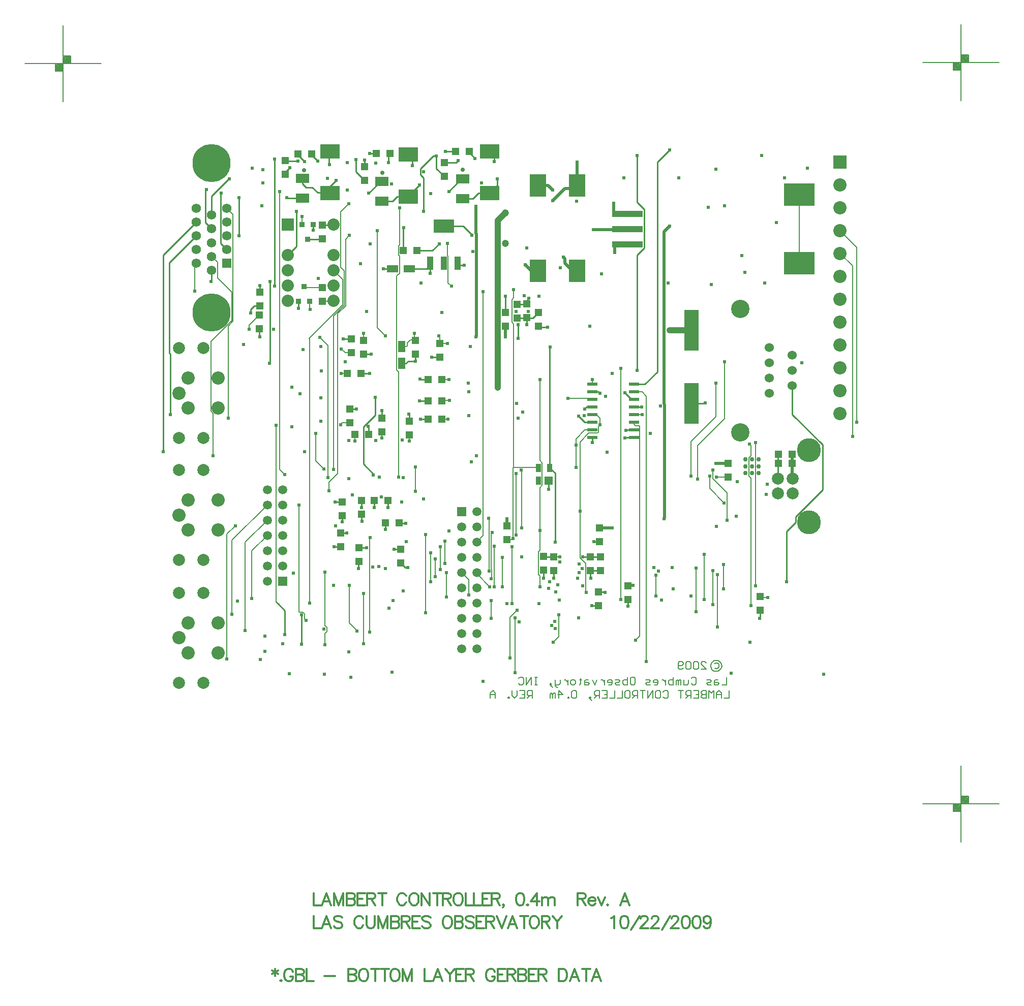
<source format=gbl>
%FSLAX23Y23*%
%MOIN*%
G70*
G01*
G75*
G04 Layer_Physical_Order=6*
G04 Layer_Color=16711680*
%ADD10R,0.050X0.050*%
%ADD11R,0.035X0.053*%
%ADD12R,0.053X0.053*%
%ADD13R,0.050X0.050*%
%ADD14R,0.070X0.135*%
%ADD15O,0.087X0.024*%
%ADD16R,0.135X0.070*%
%ADD17R,0.030X0.125*%
%ADD18R,0.078X0.048*%
%ADD19R,0.067X0.040*%
%ADD20R,0.037X0.035*%
%ADD21R,0.037X0.035*%
%ADD22R,0.065X0.012*%
%ADD23R,0.065X0.024*%
%ADD24R,0.075X0.063*%
%ADD25R,0.063X0.106*%
%ADD26R,0.150X0.110*%
%ADD27O,0.028X0.018*%
%ADD28R,0.067X0.067*%
%ADD29R,0.125X0.170*%
%ADD30R,0.110X0.030*%
%ADD31R,0.067X0.014*%
%ADD32O,0.083X0.012*%
%ADD33O,0.012X0.083*%
%ADD34R,0.138X0.085*%
%ADD35R,0.043X0.085*%
%ADD36R,0.043X0.085*%
%ADD37R,0.047X0.055*%
%ADD38O,0.012X0.071*%
%ADD39O,0.071X0.012*%
%ADD40R,0.075X0.059*%
%ADD41R,0.017X0.017*%
%ADD42R,0.134X0.134*%
%ADD43O,0.010X0.035*%
%ADD44O,0.035X0.010*%
%ADD45C,0.005*%
%ADD46C,0.010*%
%ADD47C,0.040*%
%ADD48C,0.020*%
%ADD49C,0.012*%
%ADD50C,0.008*%
%ADD51C,0.012*%
%ADD52C,0.012*%
%ADD53C,0.120*%
%ADD54C,0.060*%
%ADD55C,0.079*%
%ADD56C,0.087*%
%ADD57C,0.020*%
%ADD58C,0.059*%
%ADD59R,0.059X0.059*%
%ADD60C,0.080*%
%ADD61R,0.080X0.080*%
%ADD62C,0.157*%
%ADD63C,0.047*%
%ADD64R,0.087X0.087*%
%ADD65C,0.250*%
%ADD66R,0.062X0.062*%
%ADD67C,0.062*%
%ADD68C,0.030*%
%ADD69C,0.024*%
%ADD70C,0.028*%
%ADD71C,0.090*%
%ADD72C,0.050*%
%ADD73C,0.130*%
%ADD74C,0.103*%
%ADD75C,0.071*%
%ADD76C,0.030*%
%ADD77C,0.055*%
G04:AMPARAMS|DCode=78|XSize=100mil|YSize=100mil|CornerRadius=0mil|HoleSize=0mil|Usage=FLASHONLY|Rotation=0.000|XOffset=0mil|YOffset=0mil|HoleType=Round|Shape=Relief|Width=10mil|Gap=10mil|Entries=4|*
%AMTHD78*
7,0,0,0.100,0.080,0.010,45*
%
%ADD78THD78*%
%ADD79C,0.111*%
%ADD80C,0.056*%
%ADD81C,0.147*%
%ADD82C,0.044*%
%ADD83C,0.059*%
%ADD84C,0.048*%
%ADD85C,0.067*%
%ADD86C,0.140*%
%ADD87C,0.055*%
%ADD88C,0.036*%
G04:AMPARAMS|DCode=89|XSize=70mil|YSize=70mil|CornerRadius=0mil|HoleSize=0mil|Usage=FLASHONLY|Rotation=0.000|XOffset=0mil|YOffset=0mil|HoleType=Round|Shape=Relief|Width=10mil|Gap=10mil|Entries=4|*
%AMTHD89*
7,0,0,0.070,0.050,0.010,45*
%
%ADD89THD89*%
%ADD90C,0.033*%
G04:AMPARAMS|DCode=91|XSize=90mil|YSize=90mil|CornerRadius=0mil|HoleSize=0mil|Usage=FLASHONLY|Rotation=0.000|XOffset=0mil|YOffset=0mil|HoleType=Round|Shape=Relief|Width=10mil|Gap=10mil|Entries=4|*
%AMTHD91*
7,0,0,0.090,0.070,0.010,45*
%
%ADD91THD91*%
G04:AMPARAMS|DCode=92|XSize=111.181mil|YSize=111.181mil|CornerRadius=0mil|HoleSize=0mil|Usage=FLASHONLY|Rotation=0.000|XOffset=0mil|YOffset=0mil|HoleType=Round|Shape=Relief|Width=10mil|Gap=10mil|Entries=4|*
%AMTHD92*
7,0,0,0.111,0.091,0.010,45*
%
%ADD92THD92*%
G04:AMPARAMS|DCode=93|XSize=95.433mil|YSize=95.433mil|CornerRadius=0mil|HoleSize=0mil|Usage=FLASHONLY|Rotation=0.000|XOffset=0mil|YOffset=0mil|HoleType=Round|Shape=Relief|Width=10mil|Gap=10mil|Entries=4|*
%AMTHD93*
7,0,0,0.095,0.075,0.010,45*
%
%ADD93THD93*%
G04:AMPARAMS|DCode=94|XSize=150.551mil|YSize=150.551mil|CornerRadius=0mil|HoleSize=0mil|Usage=FLASHONLY|Rotation=0.000|XOffset=0mil|YOffset=0mil|HoleType=Round|Shape=Relief|Width=10mil|Gap=10mil|Entries=4|*
%AMTHD94*
7,0,0,0.151,0.131,0.010,45*
%
%ADD94THD94*%
G04:AMPARAMS|DCode=95|XSize=96.221mil|YSize=96.221mil|CornerRadius=0mil|HoleSize=0mil|Usage=FLASHONLY|Rotation=0.000|XOffset=0mil|YOffset=0mil|HoleType=Round|Shape=Relief|Width=10mil|Gap=10mil|Entries=4|*
%AMTHD95*
7,0,0,0.096,0.076,0.010,45*
%
%ADD95THD95*%
G04:AMPARAMS|DCode=96|XSize=107.244mil|YSize=107.244mil|CornerRadius=0mil|HoleSize=0mil|Usage=FLASHONLY|Rotation=0.000|XOffset=0mil|YOffset=0mil|HoleType=Round|Shape=Relief|Width=10mil|Gap=10mil|Entries=4|*
%AMTHD96*
7,0,0,0.107,0.087,0.010,45*
%
%ADD96THD96*%
G04:AMPARAMS|DCode=97|XSize=180mil|YSize=180mil|CornerRadius=0mil|HoleSize=0mil|Usage=FLASHONLY|Rotation=0.000|XOffset=0mil|YOffset=0mil|HoleType=Round|Shape=Relief|Width=10mil|Gap=10mil|Entries=4|*
%AMTHD97*
7,0,0,0.180,0.160,0.010,45*
%
%ADD97THD97*%
G04:AMPARAMS|DCode=98|XSize=95mil|YSize=95mil|CornerRadius=0mil|HoleSize=0mil|Usage=FLASHONLY|Rotation=0.000|XOffset=0mil|YOffset=0mil|HoleType=Round|Shape=Relief|Width=10mil|Gap=10mil|Entries=4|*
%AMTHD98*
7,0,0,0.095,0.075,0.010,45*
%
%ADD98THD98*%
G04:AMPARAMS|DCode=99|XSize=75.748mil|YSize=75.748mil|CornerRadius=0mil|HoleSize=0mil|Usage=FLASHONLY|Rotation=0.000|XOffset=0mil|YOffset=0mil|HoleType=Round|Shape=Relief|Width=10mil|Gap=10mil|Entries=4|*
%AMTHD99*
7,0,0,0.076,0.056,0.010,45*
%
%ADD99THD99*%
G04:AMPARAMS|DCode=100|XSize=73mil|YSize=73mil|CornerRadius=0mil|HoleSize=0mil|Usage=FLASHONLY|Rotation=0.000|XOffset=0mil|YOffset=0mil|HoleType=Round|Shape=Relief|Width=10mil|Gap=10mil|Entries=4|*
%AMTHD100*
7,0,0,0.073,0.053,0.010,45*
%
%ADD100THD100*%
%ADD101R,0.048X0.078*%
%ADD102R,0.200X0.040*%
%ADD103R,0.200X0.150*%
%ADD104R,0.106X0.150*%
%ADD105R,0.086X0.060*%
%ADD106R,0.130X0.094*%
%ADD107R,0.098X0.268*%
%ADD108R,0.035X0.037*%
%ADD109R,0.035X0.037*%
D10*
X19852Y10757D02*
D03*
Y10667D02*
D03*
X19739Y10968D02*
D03*
Y11058D02*
D03*
X20123Y10748D02*
D03*
Y10658D02*
D03*
X19729Y10853D02*
D03*
Y10763D02*
D03*
X19867Y10977D02*
D03*
Y11067D02*
D03*
X19368Y13205D02*
D03*
Y13295D02*
D03*
X20179Y11585D02*
D03*
Y11495D02*
D03*
X19789Y11665D02*
D03*
Y11575D02*
D03*
X19999Y11605D02*
D03*
Y11515D02*
D03*
X20379Y12005D02*
D03*
Y12095D02*
D03*
X20219Y12025D02*
D03*
Y12115D02*
D03*
X19879Y12025D02*
D03*
Y12115D02*
D03*
X19799Y12125D02*
D03*
Y12035D02*
D03*
X19888Y13257D02*
D03*
Y13167D02*
D03*
X20409Y13282D02*
D03*
Y13192D02*
D03*
X19199Y12433D02*
D03*
Y12343D02*
D03*
X19198Y12194D02*
D03*
Y12284D02*
D03*
X21028Y12300D02*
D03*
Y12210D02*
D03*
X20951Y12265D02*
D03*
Y12355D02*
D03*
X20886Y12263D02*
D03*
Y12353D02*
D03*
X19609Y12782D02*
D03*
Y12872D02*
D03*
X19611Y12464D02*
D03*
Y12374D02*
D03*
X20810Y12300D02*
D03*
Y12210D02*
D03*
X22271Y11310D02*
D03*
Y11220D02*
D03*
X21368Y10608D02*
D03*
Y10698D02*
D03*
X21433Y10608D02*
D03*
Y10698D02*
D03*
X21613Y10417D02*
D03*
Y10507D02*
D03*
X21127Y10608D02*
D03*
Y10698D02*
D03*
X21060Y10609D02*
D03*
Y10699D02*
D03*
X22479Y10436D02*
D03*
Y10346D02*
D03*
X21428Y10888D02*
D03*
Y10798D02*
D03*
X20820Y10901D02*
D03*
Y10811D02*
D03*
X21422Y10465D02*
D03*
Y10375D02*
D03*
D11*
X21028Y11195D02*
D03*
Y11281D02*
D03*
X21102D02*
D03*
D12*
X21095Y11195D02*
D03*
D13*
X20025Y10920D02*
D03*
X20115D02*
D03*
X19952Y11067D02*
D03*
X20042D02*
D03*
X20304Y11860D02*
D03*
X20394D02*
D03*
X20304Y11720D02*
D03*
X20394D02*
D03*
X20304Y11600D02*
D03*
X20394D02*
D03*
X19914Y11500D02*
D03*
X19824D02*
D03*
X19864Y11900D02*
D03*
X19774D02*
D03*
X20231Y12705D02*
D03*
X20141D02*
D03*
X20484Y13355D02*
D03*
X20574D02*
D03*
X19451Y13340D02*
D03*
X19541D02*
D03*
X19963Y13344D02*
D03*
X20053D02*
D03*
X22690Y11370D02*
D03*
X22600D02*
D03*
X22690Y11309D02*
D03*
X22600D02*
D03*
D18*
X20071Y12585D02*
D03*
X20181D02*
D03*
D23*
X21653Y11829D02*
D03*
Y11779D02*
D03*
Y11729D02*
D03*
Y11679D02*
D03*
Y11629D02*
D03*
Y11579D02*
D03*
Y11529D02*
D03*
Y11479D02*
D03*
X21380Y11829D02*
D03*
Y11779D02*
D03*
Y11729D02*
D03*
Y11679D02*
D03*
Y11629D02*
D03*
Y11579D02*
D03*
Y11529D02*
D03*
Y11479D02*
D03*
D34*
X20406Y12867D02*
D03*
D35*
X20316Y12623D02*
D03*
X20497D02*
D03*
D36*
X20406D02*
D03*
D45*
X22229Y9981D02*
X22228Y9991D01*
X22224Y10000D01*
X22218Y10007D01*
X22210Y10013D01*
X22200Y10016D01*
X22191Y10017D01*
X22181Y10015D01*
X22172Y10011D01*
X22165Y10004D01*
X22160Y9995D01*
X22157Y9986D01*
Y9976D01*
X22160Y9967D01*
X22165Y9958D01*
X22172Y9951D01*
X22181Y9947D01*
X22191Y9945D01*
X22200Y9946D01*
X22210Y9949D01*
X22218Y9955D01*
X22224Y9962D01*
X22228Y9971D01*
X22229Y9981D01*
X22183Y9965D02*
X22193Y9962D01*
X22203Y9965D01*
X22210Y9972D01*
X22212Y9982D01*
X22209Y9992D01*
X22201Y9999D01*
X22191Y10000D01*
X22181Y9996D01*
X19308Y10401D02*
Y11561D01*
X19105Y10793D02*
X19249Y10937D01*
X19105Y10212D02*
Y10793D01*
X19018Y10806D02*
X19249Y11037D01*
X19018Y10319D02*
Y10806D01*
X20287Y10329D02*
Y10842D01*
X19147Y10735D02*
X19249Y10837D01*
X19147Y10423D02*
Y10735D01*
X21124Y10136D02*
X21160Y10172D01*
Y10318D01*
X22410Y11435D02*
X22420Y11425D01*
Y11359D02*
Y11425D01*
Y10378D02*
Y11212D01*
X20718Y10293D02*
Y10409D01*
X21408Y11629D02*
X21431Y11606D01*
X21380Y11629D02*
X21408D01*
X21431Y11562D02*
Y11606D01*
X21419Y11550D02*
X21431Y11562D01*
X21358Y11511D02*
X21415D01*
X21299Y11451D02*
X21358Y11511D01*
X21419Y11514D02*
Y11550D01*
X21415Y11511D02*
X21419Y11514D01*
X21299Y10690D02*
X21337Y10652D01*
Y10467D02*
Y10652D01*
Y10467D02*
X21341Y10462D01*
X20424Y10434D02*
X20425Y10433D01*
X20424Y10434D02*
Y10592D01*
X20523Y10593D02*
X20569Y10547D01*
Y10445D02*
Y10547D01*
X20736Y10500D02*
Y10767D01*
X20702Y10951D02*
X20703Y10950D01*
Y10602D02*
Y10950D01*
X20351Y10681D02*
X20352Y10682D01*
X20351Y10568D02*
Y10681D01*
X20384Y10761D02*
X20385Y10762D01*
X20384Y10612D02*
Y10761D01*
X20413Y10652D02*
Y10800D01*
X22060Y10336D02*
Y10622D01*
X22241Y10485D02*
Y10647D01*
X22169Y10386D02*
X22171Y10384D01*
X22169Y10386D02*
Y10605D01*
X21568Y10415D02*
Y11933D01*
X22199Y10237D02*
X22200Y10238D01*
Y10581D01*
X22114Y10415D02*
Y10712D01*
X20858Y10811D02*
X20862Y10815D01*
X21127Y10698D02*
X21166D01*
X20129Y12075D02*
X20162D01*
X20167Y12080D01*
Y12099D01*
X19824Y11456D02*
Y11500D01*
X19742Y11575D02*
X19789D01*
X19731Y11564D02*
X19742Y11575D01*
X19734Y11900D02*
X19774D01*
X19759Y12035D02*
X19799D01*
X19735Y12059D02*
X19759Y12035D01*
X19881Y12117D02*
Y12164D01*
X20167Y12099D02*
X20187Y12119D01*
X20215D01*
Y12162D01*
X20375Y12147D02*
X20379Y12143D01*
Y12095D02*
Y12143D01*
Y12095D02*
X20432D01*
X20394Y11860D02*
X20440D01*
X20396Y11722D02*
X20443D01*
X20394Y11600D02*
X20434D01*
X20179Y11455D02*
Y11495D01*
X19999Y11475D02*
Y11515D01*
X20917Y10886D02*
Y11262D01*
X20914Y11265D02*
X20917Y11262D01*
X19568Y11326D02*
X19620Y11274D01*
X19568Y11326D02*
Y11505D01*
X20880Y10840D02*
Y11244D01*
X20717Y10553D02*
X20722Y10557D01*
Y10614D01*
X20717Y10619D02*
X20722Y10614D01*
X20717Y10619D02*
Y10851D01*
X20723Y10857D01*
X20319Y10532D02*
Y10724D01*
X20791Y10501D02*
Y10693D01*
X20790Y10694D02*
X20791Y10693D01*
X20623Y10585D02*
X20708Y10500D01*
X20623Y10585D02*
Y10593D01*
X21038Y10500D02*
Y10572D01*
X21028Y10581D02*
X21038Y10572D01*
X21028Y10581D02*
Y10731D01*
X21038Y10740D01*
Y10868D01*
X21037Y10869D02*
X21038Y10868D01*
X20854Y10389D02*
Y10761D01*
X20853Y10762D02*
X20854Y10761D01*
X20840Y10299D02*
X20886Y10345D01*
X20840Y10033D02*
Y10299D01*
X20873Y9935D02*
Y10296D01*
X19493Y10290D02*
X19503Y10279D01*
X19493Y10290D02*
Y10323D01*
X19482Y10333D02*
X19493Y10323D01*
X19461Y10333D02*
X19482D01*
X19457Y10338D02*
X19461Y10333D01*
X19457Y10338D02*
Y11038D01*
X19921Y10203D02*
Y10820D01*
X19923Y10822D01*
X19880Y10127D02*
Y10458D01*
X20820Y10811D02*
X20858D01*
X20861Y10816D02*
X20862Y10815D01*
X20861Y10816D02*
Y11252D01*
X20862Y11253D01*
Y11280D01*
X20865Y11283D01*
X21026D01*
X20865D02*
Y12224D01*
X20854Y12235D02*
X20865Y12224D01*
X20854Y12235D02*
Y12384D01*
X20865Y12395D01*
Y12450D01*
X20865Y12450D02*
X20865Y12450D01*
X21037Y10869D02*
Y11151D01*
X21052Y11165D01*
Y11314D01*
X21037Y11329D02*
X21052Y11314D01*
X21037Y11329D02*
Y11858D01*
X21038Y11859D01*
X21380Y11829D02*
Y11859D01*
X21380Y11829D02*
X21380Y11829D01*
X21299Y10690D02*
Y10996D01*
Y11451D01*
X22479Y10436D02*
X22484Y10431D01*
X22530D01*
X22195Y11221D02*
X22270D01*
X22170Y11211D02*
Y11266D01*
Y11211D02*
X22265Y11116D01*
Y10936D02*
Y11116D01*
X22150Y11146D02*
Y11226D01*
Y11146D02*
X22245Y11051D01*
X21735Y10231D02*
Y11751D01*
X21707Y11779D02*
X21735Y11751D01*
X21653Y11779D02*
X21707D01*
X21735Y10011D02*
Y10231D01*
X21665Y10151D02*
X21692Y10178D01*
Y11553D01*
X21689Y11556D02*
X21692Y11553D01*
X21665Y11556D02*
X21689D01*
X21653Y11568D02*
X21665Y11556D01*
X21653Y11568D02*
Y11579D01*
X18985Y10846D02*
X19040Y10901D01*
X18985Y10026D02*
Y10846D01*
X19130Y12191D02*
Y12216D01*
X19198Y12284D01*
X18775Y12441D02*
Y12613D01*
X18785Y12623D01*
X19970Y12201D02*
X20025Y12146D01*
X19970Y12201D02*
Y12836D01*
X19611Y12374D02*
X19682D01*
X19527Y10393D02*
Y12131D01*
X19525D02*
X19527D01*
X19525D02*
X19745Y12351D01*
Y12515D01*
X19684Y12576D02*
X19745Y12515D01*
X19497Y12464D02*
X19611D01*
X19528Y12323D02*
Y12372D01*
Y12323D02*
X19530Y12321D01*
X20665Y10835D02*
Y12436D01*
X20623Y10793D02*
X20665Y10835D01*
X20221Y11126D02*
Y11285D01*
X20220Y11286D02*
X20221Y11285D01*
X22026Y11228D02*
Y11453D01*
X22191Y11618D01*
Y11837D01*
X22072Y11208D02*
Y11427D01*
X22247Y11602D01*
Y11976D01*
X20098Y11923D02*
X20111Y11911D01*
X20098Y11923D02*
Y12540D01*
X20117Y12558D01*
X20110Y12677D02*
X20117Y12670D01*
X20110Y12677D02*
Y12736D01*
X20117Y12743D01*
Y12984D01*
X20116Y12985D02*
X20117Y12984D01*
X20111Y11219D02*
Y11911D01*
X20117Y12558D02*
Y12670D01*
X19684Y11270D02*
Y12277D01*
X19754Y12347D01*
Y12572D01*
X19730Y12595D02*
X19754Y12572D01*
X19730Y12595D02*
Y12960D01*
X19784Y13014D01*
X19653Y11130D02*
Y11185D01*
X19712Y11244D01*
Y12293D01*
X19763Y12344D01*
Y12781D01*
X19788Y12806D01*
X19476Y12878D02*
Y12931D01*
X19476Y12877D02*
X19476Y12878D01*
X19646Y11218D02*
Y12082D01*
X19593Y12135D02*
X19646Y12082D01*
X21273Y11470D02*
X21332Y11529D01*
X21380D01*
X21273Y11283D02*
Y11429D01*
Y11470D01*
X19330Y11269D02*
X19364Y11235D01*
X19330Y11269D02*
Y13093D01*
X19626Y10245D02*
Y10597D01*
Y10245D02*
X19639Y10232D01*
Y10205D02*
Y10232D01*
X19626Y10192D02*
X19639Y10205D01*
X19626Y10119D02*
Y10192D01*
X19786Y10263D02*
Y10510D01*
Y10263D02*
X19837Y10212D01*
Y10210D02*
Y10212D01*
X18893Y11359D02*
Y11638D01*
X18879Y11652D02*
X18893Y11638D01*
X19017Y12247D02*
Y12432D01*
X18923Y12526D02*
X19017Y12432D01*
X18879Y11652D02*
Y12109D01*
X19017Y12247D01*
X18923Y12526D02*
Y12631D01*
X18885Y12668D02*
X18923Y12631D01*
X23086Y11488D02*
Y12605D01*
X23005Y12686D02*
X23086Y12605D01*
X21653Y11629D02*
X21706D01*
X23115Y11581D02*
Y12726D01*
X23005Y12836D02*
X23115Y12726D01*
X18994Y11608D02*
Y12211D01*
X19025Y12243D01*
Y12943D01*
X18985Y12984D02*
X19025Y12943D01*
X21221Y11735D02*
X21374D01*
X21380Y11729D01*
X20435Y12494D02*
X20457Y12472D01*
X20435Y12494D02*
Y12671D01*
X20432Y12673D02*
X20435Y12671D01*
X20432Y12673D02*
Y12753D01*
X21796Y10440D02*
Y10578D01*
Y10440D02*
X21797Y10439D01*
X22736Y12622D02*
Y13072D01*
X22407Y11346D02*
X22420Y11359D01*
X22407Y11225D02*
Y11346D01*
Y11225D02*
X22420Y11212D01*
X22450Y11446D02*
X22451Y11447D01*
X22450Y10508D02*
Y11446D01*
X22449Y10507D02*
X22450Y10508D01*
X22451Y10509D01*
X22093Y9959D02*
X22126D01*
X22093Y9992D01*
Y10001D01*
X22101Y10009D01*
X22118D01*
X22126Y10001D01*
X22076D02*
X22068Y10009D01*
X22051D01*
X22043Y10001D01*
Y9967D01*
X22051Y9959D01*
X22068D01*
X22076Y9967D01*
Y10001D01*
X22026D02*
X22018Y10009D01*
X22001D01*
X21993Y10001D01*
Y9967D01*
X22001Y9959D01*
X22018D01*
X22026Y9967D01*
Y10001D01*
X21976Y9967D02*
X21968Y9959D01*
X21951D01*
X21943Y9967D01*
Y10001D01*
X21951Y10009D01*
X21968D01*
X21976Y10001D01*
Y9992D01*
X21968Y9984D01*
X21943D01*
X22262Y9907D02*
Y9857D01*
X22229D01*
X22204Y9890D02*
X22187D01*
X22179Y9882D01*
Y9857D01*
X22204D01*
X22212Y9865D01*
X22204Y9874D01*
X22179D01*
X22162Y9857D02*
X22137D01*
X22129Y9865D01*
X22137Y9874D01*
X22154D01*
X22162Y9882D01*
X22154Y9890D01*
X22129D01*
X22029Y9899D02*
X22037Y9907D01*
X22054D01*
X22062Y9899D01*
Y9865D01*
X22054Y9857D01*
X22037D01*
X22029Y9865D01*
X22012Y9890D02*
Y9865D01*
X22004Y9857D01*
X21979D01*
Y9890D01*
X21962Y9857D02*
Y9890D01*
X21954D01*
X21945Y9882D01*
Y9857D01*
Y9882D01*
X21937Y9890D01*
X21929Y9882D01*
Y9857D01*
X21912Y9907D02*
Y9857D01*
X21887D01*
X21879Y9865D01*
Y9874D01*
Y9882D01*
X21887Y9890D01*
X21912D01*
X21862D02*
Y9857D01*
Y9874D01*
X21854Y9882D01*
X21845Y9890D01*
X21837D01*
X21787Y9857D02*
X21804D01*
X21812Y9865D01*
Y9882D01*
X21804Y9890D01*
X21787D01*
X21779Y9882D01*
Y9874D01*
X21812D01*
X21762Y9857D02*
X21737D01*
X21729Y9865D01*
X21737Y9874D01*
X21754D01*
X21762Y9882D01*
X21754Y9890D01*
X21729D01*
X21637Y9907D02*
X21654D01*
X21662Y9899D01*
Y9865D01*
X21654Y9857D01*
X21637D01*
X21629Y9865D01*
Y9899D01*
X21637Y9907D01*
X21612D02*
Y9857D01*
X21587D01*
X21579Y9865D01*
Y9874D01*
Y9882D01*
X21587Y9890D01*
X21612D01*
X21562Y9857D02*
X21537D01*
X21529Y9865D01*
X21537Y9874D01*
X21554D01*
X21562Y9882D01*
X21554Y9890D01*
X21529D01*
X21487Y9857D02*
X21504D01*
X21512Y9865D01*
Y9882D01*
X21504Y9890D01*
X21487D01*
X21479Y9882D01*
Y9874D01*
X21512D01*
X21462Y9890D02*
Y9857D01*
Y9874D01*
X21454Y9882D01*
X21446Y9890D01*
X21437D01*
X21412D02*
X21396Y9857D01*
X21379Y9890D01*
X21354D02*
X21337D01*
X21329Y9882D01*
Y9857D01*
X21354D01*
X21362Y9865D01*
X21354Y9874D01*
X21329D01*
X21304Y9899D02*
Y9890D01*
X21312D01*
X21296D01*
X21304D01*
Y9865D01*
X21296Y9857D01*
X21262D02*
X21246D01*
X21237Y9865D01*
Y9882D01*
X21246Y9890D01*
X21262D01*
X21271Y9882D01*
Y9865D01*
X21262Y9857D01*
X21221Y9890D02*
Y9857D01*
Y9874D01*
X21212Y9882D01*
X21204Y9890D01*
X21196D01*
X21171D02*
Y9865D01*
X21162Y9857D01*
X21137D01*
Y9849D01*
X21146Y9840D01*
X21154D01*
X21137Y9857D02*
Y9890D01*
X21112Y9849D02*
X21104Y9857D01*
Y9865D01*
X21112D01*
Y9857D01*
X21104D01*
X21112Y9849D01*
X21121Y9840D01*
X21021Y9907D02*
X21004D01*
X21012D01*
Y9857D01*
X21021D01*
X21004D01*
X20979D02*
Y9907D01*
X20946Y9857D01*
Y9907D01*
X20896Y9899D02*
X20904Y9907D01*
X20921D01*
X20929Y9899D01*
Y9865D01*
X20921Y9857D01*
X20904D01*
X20896Y9865D01*
X22278Y9819D02*
Y9769D01*
X22245D01*
X22228D02*
Y9802D01*
X22211Y9819D01*
X22195Y9802D01*
Y9769D01*
Y9794D01*
X22228D01*
X22178Y9769D02*
Y9819D01*
X22161Y9802D01*
X22145Y9819D01*
Y9769D01*
X22128Y9819D02*
Y9769D01*
X22103D01*
X22095Y9777D01*
Y9786D01*
X22103Y9794D01*
X22128D01*
X22103D01*
X22095Y9802D01*
Y9811D01*
X22103Y9819D01*
X22128D01*
X22045D02*
X22078D01*
Y9769D01*
X22045D01*
X22078Y9794D02*
X22061D01*
X22028Y9769D02*
Y9819D01*
X22003D01*
X21995Y9811D01*
Y9794D01*
X22003Y9786D01*
X22028D01*
X22011D02*
X21995Y9769D01*
X21978Y9819D02*
X21945D01*
X21961D01*
Y9769D01*
X21845Y9811D02*
X21853Y9819D01*
X21870D01*
X21878Y9811D01*
Y9777D01*
X21870Y9769D01*
X21853D01*
X21845Y9777D01*
X21803Y9819D02*
X21820D01*
X21828Y9811D01*
Y9777D01*
X21820Y9769D01*
X21803D01*
X21795Y9777D01*
Y9811D01*
X21803Y9819D01*
X21778Y9769D02*
Y9819D01*
X21745Y9769D01*
Y9819D01*
X21728D02*
X21695D01*
X21712D01*
Y9769D01*
X21678D02*
Y9819D01*
X21653D01*
X21645Y9811D01*
Y9794D01*
X21653Y9786D01*
X21678D01*
X21662D02*
X21645Y9769D01*
X21603Y9819D02*
X21620D01*
X21628Y9811D01*
Y9777D01*
X21620Y9769D01*
X21603D01*
X21595Y9777D01*
Y9811D01*
X21603Y9819D01*
X21578D02*
Y9769D01*
X21545D01*
X21528Y9819D02*
Y9769D01*
X21495D01*
X21445Y9819D02*
X21478D01*
Y9769D01*
X21445D01*
X21478Y9794D02*
X21462D01*
X21428Y9769D02*
Y9819D01*
X21403D01*
X21395Y9811D01*
Y9794D01*
X21403Y9786D01*
X21428D01*
X21412D02*
X21395Y9769D01*
X21370Y9761D02*
X21362Y9769D01*
Y9777D01*
X21370D01*
Y9769D01*
X21362D01*
X21370Y9761D01*
X21378Y9752D01*
X21253Y9819D02*
X21270D01*
X21278Y9811D01*
Y9777D01*
X21270Y9769D01*
X21253D01*
X21245Y9777D01*
Y9811D01*
X21253Y9819D01*
X21228Y9769D02*
Y9777D01*
X21220D01*
Y9769D01*
X21228D01*
X21162D02*
Y9819D01*
X21187Y9794D01*
X21153D01*
X21137Y9769D02*
Y9802D01*
X21128D01*
X21120Y9794D01*
Y9769D01*
Y9794D01*
X21112Y9802D01*
X21103Y9794D01*
Y9769D01*
X20987D02*
Y9819D01*
X20962D01*
X20953Y9811D01*
Y9794D01*
X20962Y9786D01*
X20987D01*
X20970D02*
X20953Y9769D01*
X20903Y9819D02*
X20937D01*
Y9769D01*
X20903D01*
X20937Y9794D02*
X20920D01*
X20887Y9819D02*
Y9786D01*
X20870Y9769D01*
X20853Y9786D01*
Y9819D01*
X20837Y9769D02*
Y9777D01*
X20828D01*
Y9769D01*
X20837D01*
X20745D02*
Y9802D01*
X20729Y9819D01*
X20712Y9802D01*
Y9769D01*
Y9794D01*
X20745D01*
D46*
X19319Y10390D02*
X19365Y10344D01*
X19308Y10401D02*
X19319Y10390D01*
X22889Y11136D02*
Y11434D01*
X22654Y10532D02*
Y10864D01*
X22713Y10923D01*
Y10960D01*
X22889Y11136D01*
X22692Y11631D02*
X22889Y11434D01*
X22692Y11631D02*
Y11819D01*
X21102Y12072D02*
X21103Y12073D01*
X21102Y11281D02*
Y12072D01*
Y11281D02*
X21138Y11246D01*
Y10792D02*
Y11246D01*
X19951Y11021D02*
X19952Y11022D01*
Y11067D01*
X19693Y11058D02*
X19739D01*
X19867Y10933D02*
X19869Y10931D01*
X19867Y10933D02*
Y10977D01*
X19739Y10927D02*
X19740Y10926D01*
X19739Y10927D02*
Y10968D01*
X19729Y10853D02*
X19772D01*
X19686Y10763D02*
X19729D01*
X19899Y10757D02*
X19900Y10758D01*
X19852Y10757D02*
X19899D01*
X19846Y10619D02*
Y10661D01*
X20079Y10748D02*
X20123D01*
Y10658D02*
X20153Y10628D01*
X20167D01*
X20170Y10625D01*
X20025Y10878D02*
Y10920D01*
X20118Y10917D02*
X20157D01*
X19880Y11305D02*
Y11551D01*
X19945Y11232D02*
Y11240D01*
X19880Y11305D02*
X19945Y11240D01*
X19880Y11551D02*
X19957Y11628D01*
Y11742D01*
X21646Y10507D02*
X21648Y10509D01*
X21613Y10372D02*
Y10417D01*
X21462Y10465D02*
X21463Y10464D01*
X21422Y10465D02*
X21462D01*
X21377Y10377D02*
X21420D01*
X21390Y10798D02*
X21428D01*
X21368Y10608D02*
X21433D01*
X21368Y10558D02*
X21369Y10557D01*
X21368Y10558D02*
Y10608D01*
Y10698D02*
X21433D01*
X21317D02*
X21368D01*
X21061D02*
X21127D01*
X21060Y10557D02*
Y10609D01*
X21127Y10558D02*
Y10608D01*
X19458Y13326D02*
X19494Y13291D01*
X19458Y13326D02*
Y13340D01*
X19371Y13292D02*
X19452D01*
X19368Y13205D02*
Y13219D01*
X19398Y13249D01*
X19376Y13052D02*
X19379Y13049D01*
X19482D01*
Y13142D02*
X19505Y13119D01*
X19545D02*
X19579Y13085D01*
X19482Y13142D02*
Y13179D01*
X19505Y13119D02*
X19545D01*
X19579Y13085D02*
X19654D01*
Y13120D02*
X19699Y13165D01*
X19654Y13085D02*
Y13120D01*
X21330Y11668D02*
X21341Y11679D01*
X21380D01*
X21601Y11528D02*
X21602Y11529D01*
X21653D01*
X21289Y11620D02*
X21330Y11579D01*
X21380D01*
Y11446D02*
X21380Y11446D01*
X21380Y11446D02*
Y11479D01*
X19918Y11900D02*
X19919Y11901D01*
X19864Y11900D02*
X19918D01*
X19929Y12025D02*
X19930Y12026D01*
X19879Y12025D02*
X19929D01*
X19748Y12125D02*
X19799D01*
X20173Y11980D02*
X20219D01*
X20158Y11965D02*
X20173Y11980D01*
X20129Y11965D02*
X20158D01*
X20219Y11980D02*
X20220Y11979D01*
X20219Y11980D02*
Y12025D01*
X20328Y12006D02*
X20329Y12005D01*
X20379D01*
X20252Y11862D02*
X20254Y11860D01*
X20304D01*
X20247Y11719D02*
X20248Y11720D01*
X20304D01*
X20253Y11600D02*
X20304D01*
X20178Y11633D02*
X20179Y11632D01*
Y11585D02*
Y11632D01*
X19999Y11605D02*
Y11656D01*
X19912Y11553D02*
X19914Y11551D01*
Y11500D02*
Y11551D01*
X19789Y11665D02*
X19835D01*
X20331Y12705D02*
X20376Y12750D01*
X20231Y12705D02*
X20331D01*
X20221Y12715D02*
X20231Y12705D01*
X20316Y12556D02*
X20316Y12555D01*
X20316Y12556D02*
Y12623D01*
X20011Y12585D02*
X20071D01*
X20406Y12867D02*
X20534D01*
X20591Y12805D02*
Y12810D01*
X20534Y12867D02*
X20591Y12810D01*
X20406Y12867D02*
X20422D01*
X20181Y12585D02*
X20291D01*
X20316Y12609D01*
Y12623D01*
X20510Y12610D02*
X20541D01*
X19474Y10123D02*
X19475Y10124D01*
X19474Y10123D02*
Y10315D01*
X19365Y10188D02*
Y10344D01*
X20044Y13284D02*
Y13343D01*
X19921Y13344D02*
X19971D01*
X19921Y13343D02*
Y13344D01*
X19888Y13257D02*
Y13301D01*
X20175Y13326D02*
Y13335D01*
Y13326D02*
X20201Y13300D01*
Y13262D02*
Y13300D01*
X19915Y13083D02*
X19993Y13161D01*
X19654Y13273D02*
Y13359D01*
Y13273D02*
X19656Y13271D01*
X19533Y13339D02*
X19581Y13292D01*
X19832Y13223D02*
X19888Y13167D01*
X19832Y13223D02*
Y13302D01*
X20102Y13061D02*
X20175D01*
X20072Y13031D02*
X20102Y13061D01*
X19999Y13031D02*
X20072D01*
X20175Y13061D02*
Y13064D01*
X20248Y13137D01*
X20706Y13357D02*
X20737Y13326D01*
Y13289D02*
Y13326D01*
X20706Y13083D02*
X20756Y13133D01*
Y13176D01*
X20635Y13083D02*
X20706D01*
X20597Y13045D02*
X20635Y13083D01*
X20529Y13045D02*
X20597D01*
X20522Y13175D02*
X20529D01*
X20440Y13093D02*
X20522Y13175D01*
X20357Y13244D02*
Y13326D01*
Y13244D02*
X20409Y13192D01*
X20566Y13355D02*
X20612Y13309D01*
X20566Y13355D02*
Y13355D01*
X20419D02*
X20492D01*
X20418Y13356D02*
X20419Y13355D01*
X22479Y10296D02*
Y10346D01*
X22477Y10294D02*
X22479Y10296D01*
X22596Y11210D02*
Y11366D01*
X19198Y12143D02*
Y12194D01*
Y12143D02*
X19200Y12141D01*
X19163Y12343D02*
X19199D01*
X19140Y12320D02*
X19163Y12343D01*
X19140Y12296D02*
Y12320D01*
X19454Y12327D02*
Y12372D01*
Y12327D02*
X19455Y12326D01*
X22029Y11704D02*
X22118D01*
X22120Y11706D01*
X21653Y11679D02*
X21703D01*
X21598Y11479D02*
X21653D01*
X21595Y11476D02*
X21598Y11479D01*
X21380Y11779D02*
X21422D01*
X21430Y11771D01*
X21095Y11141D02*
Y11195D01*
X20886Y12263D02*
X20949D01*
Y12222D02*
Y12263D01*
Y12222D02*
X20950Y12221D01*
X20990Y12262D02*
X21028Y12300D01*
X20949Y12263D02*
X20950Y12262D01*
X20990D01*
X21594Y11773D02*
X21638Y11729D01*
X21653D01*
X21674Y11920D02*
Y12677D01*
X21720Y12723D01*
Y12976D01*
X21674Y13022D02*
X21720Y12976D01*
X21674Y13022D02*
Y13331D01*
X21653Y11829D02*
X21724D01*
X21806Y11911D01*
Y13286D01*
X21887Y13367D01*
X20141Y12705D02*
Y12743D01*
X19065Y12804D02*
Y13052D01*
X19063Y12802D02*
X19065Y12804D01*
X19296Y12473D02*
Y13305D01*
X18945Y13080D02*
X18948Y13083D01*
X18945Y12753D02*
Y13080D01*
Y12753D02*
X18985Y12713D01*
X20338Y13326D02*
X20357D01*
X20254Y13203D02*
X20273Y13184D01*
X20254Y13242D02*
X20338Y13326D01*
X20254Y13203D02*
Y13242D01*
X20273Y12964D02*
Y13184D01*
X19442Y12734D02*
Y12962D01*
X19384Y12676D02*
X19442Y12734D01*
X18845Y13101D02*
X18851Y13107D01*
X18845Y12889D02*
Y13101D01*
Y12889D02*
X18885Y12849D01*
Y12939D02*
Y13063D01*
X18998Y13176D01*
X18999D01*
X19550Y12839D02*
Y12877D01*
X19550Y12839D02*
X19550Y12839D01*
X18568Y12677D02*
X18785Y12894D01*
X18568Y11388D02*
Y12677D01*
X18608Y12034D02*
X18614Y12028D01*
X18608Y12627D02*
X18785Y12803D01*
X18608Y12034D02*
Y12627D01*
X18614Y11630D02*
Y12028D01*
X18885Y12506D02*
Y12578D01*
X18882Y12503D02*
X18885Y12506D01*
X19266Y11966D02*
Y12503D01*
X19265Y11965D02*
X19266Y11966D01*
X20893Y12131D02*
Y12221D01*
X19199Y12433D02*
Y12478D01*
X21034Y12204D02*
X21087D01*
X21028Y12210D02*
X21034Y12204D01*
X19609Y12872D02*
X19680D01*
X19684Y12876D01*
X19513Y12779D02*
X19606D01*
X19609Y12782D01*
X20886Y12353D02*
X20949D01*
X20951Y12355D01*
Y12378D01*
X20965Y12392D01*
X20810Y12300D02*
Y12406D01*
X20409Y13282D02*
X20486D01*
X20500Y13296D01*
X20042Y11019D02*
Y11067D01*
X19867Y11021D02*
Y11067D01*
Y11021D02*
X19868Y11020D01*
X20141Y12743D02*
Y12854D01*
X20145Y12858D01*
D47*
X21888Y12184D02*
X22029D01*
X21887Y12183D02*
X21888Y12184D01*
X20759Y11807D02*
Y12902D01*
X20811Y12954D01*
D48*
X21526Y12694D02*
Y12744D01*
X21386Y12843D02*
X21387Y12844D01*
X21526D01*
X21522Y12948D02*
X21526Y12944D01*
X21522Y12948D02*
Y13017D01*
X21279Y13286D02*
X21281Y13288D01*
X21279Y13134D02*
Y13286D01*
X21259Y13114D02*
X21279Y13134D01*
X21201Y13114D02*
X21259D01*
X21121Y13034D02*
X21201Y13114D01*
X21251Y12574D02*
X21279D01*
X21201Y12624D02*
X21251Y12574D01*
X21201Y12624D02*
Y12654D01*
X21191Y12664D02*
X21201Y12654D01*
X20941Y12614D02*
X20981Y12574D01*
X21023D01*
X21091Y13134D02*
X21121Y13104D01*
X21023Y13134D02*
X21091D01*
X22690Y11214D02*
X22694Y11210D01*
X22690Y11214D02*
Y11309D01*
Y11370D01*
X22191Y11310D02*
X22271D01*
X22190Y11311D02*
X22191Y11310D01*
X21850Y12829D02*
X21888Y12867D01*
X21850Y11699D02*
X21853Y11696D01*
Y10951D02*
Y11696D01*
X21849Y10947D02*
X21853Y10951D01*
X21428Y10888D02*
X21509D01*
X20820Y10901D02*
Y10948D01*
X20810Y12139D02*
Y12210D01*
Y12139D02*
X20810Y12139D01*
X20616D02*
X20622Y12145D01*
X20616Y12819D02*
Y12993D01*
X20622Y12145D02*
Y12813D01*
X20616Y12819D02*
X20622Y12813D01*
X20616Y12993D02*
X20618Y12995D01*
X21850Y11699D02*
Y12139D01*
Y12829D01*
D49*
X19300Y7993D02*
Y7947D01*
X19281Y7982D02*
X19319Y7959D01*
Y7982D02*
X19281Y7959D01*
X19339Y7921D02*
X19335Y7917D01*
X19339Y7913D01*
X19343Y7917D01*
X19339Y7921D01*
X19418Y7974D02*
X19414Y7982D01*
X19406Y7989D01*
X19399Y7993D01*
X19383D01*
X19376Y7989D01*
X19368Y7982D01*
X19364Y7974D01*
X19361Y7963D01*
Y7943D01*
X19364Y7932D01*
X19368Y7924D01*
X19376Y7917D01*
X19383Y7913D01*
X19399D01*
X19406Y7917D01*
X19414Y7924D01*
X19418Y7932D01*
Y7943D01*
X19399D02*
X19418D01*
X19436Y7993D02*
Y7913D01*
Y7993D02*
X19470D01*
X19482Y7989D01*
X19486Y7985D01*
X19489Y7978D01*
Y7970D01*
X19486Y7963D01*
X19482Y7959D01*
X19470Y7955D01*
X19436D02*
X19470D01*
X19482Y7951D01*
X19486Y7947D01*
X19489Y7940D01*
Y7928D01*
X19486Y7921D01*
X19482Y7917D01*
X19470Y7913D01*
X19436D01*
X19507Y7993D02*
Y7913D01*
X19553D01*
X19625Y7947D02*
X19693D01*
X19780Y7993D02*
Y7913D01*
Y7993D02*
X19814D01*
X19825Y7989D01*
X19829Y7985D01*
X19833Y7978D01*
Y7970D01*
X19829Y7963D01*
X19825Y7959D01*
X19814Y7955D01*
X19780D02*
X19814D01*
X19825Y7951D01*
X19829Y7947D01*
X19833Y7940D01*
Y7928D01*
X19829Y7921D01*
X19825Y7917D01*
X19814Y7913D01*
X19780D01*
X19874Y7993D02*
X19866Y7989D01*
X19858Y7982D01*
X19855Y7974D01*
X19851Y7963D01*
Y7943D01*
X19855Y7932D01*
X19858Y7924D01*
X19866Y7917D01*
X19874Y7913D01*
X19889D01*
X19896Y7917D01*
X19904Y7924D01*
X19908Y7932D01*
X19912Y7943D01*
Y7963D01*
X19908Y7974D01*
X19904Y7982D01*
X19896Y7989D01*
X19889Y7993D01*
X19874D01*
X19957D02*
Y7913D01*
X19930Y7993D02*
X19984D01*
X20020D02*
Y7913D01*
X19993Y7993D02*
X20047D01*
X20079D02*
X20071Y7989D01*
X20064Y7982D01*
X20060Y7974D01*
X20056Y7963D01*
Y7943D01*
X20060Y7932D01*
X20064Y7924D01*
X20071Y7917D01*
X20079Y7913D01*
X20094D01*
X20102Y7917D01*
X20109Y7924D01*
X20113Y7932D01*
X20117Y7943D01*
Y7963D01*
X20113Y7974D01*
X20109Y7982D01*
X20102Y7989D01*
X20094Y7993D01*
X20079D01*
X20136D02*
Y7913D01*
Y7993D02*
X20166Y7913D01*
X20197Y7993D02*
X20166Y7913D01*
X20197Y7993D02*
Y7913D01*
X20282Y7993D02*
Y7913D01*
X20328D01*
X20398D02*
X20367Y7993D01*
X20337Y7913D01*
X20348Y7940D02*
X20386D01*
X20416Y7993D02*
X20447Y7955D01*
Y7913D01*
X20477Y7993D02*
X20447Y7955D01*
X20537Y7993D02*
X20488D01*
Y7913D01*
X20537D01*
X20488Y7955D02*
X20518D01*
X20550Y7993D02*
Y7913D01*
Y7993D02*
X20585D01*
X20596Y7989D01*
X20600Y7985D01*
X20604Y7978D01*
Y7970D01*
X20600Y7963D01*
X20596Y7959D01*
X20585Y7955D01*
X20550D01*
X20577D02*
X20604Y7913D01*
X20742Y7974D02*
X20738Y7982D01*
X20730Y7989D01*
X20723Y7993D01*
X20707D01*
X20700Y7989D01*
X20692Y7982D01*
X20688Y7974D01*
X20685Y7963D01*
Y7943D01*
X20688Y7932D01*
X20692Y7924D01*
X20700Y7917D01*
X20707Y7913D01*
X20723D01*
X20730Y7917D01*
X20738Y7924D01*
X20742Y7932D01*
Y7943D01*
X20723D02*
X20742D01*
X20809Y7993D02*
X20760D01*
Y7913D01*
X20809D01*
X20760Y7955D02*
X20790D01*
X20823Y7993D02*
Y7913D01*
Y7993D02*
X20857D01*
X20868Y7989D01*
X20872Y7985D01*
X20876Y7978D01*
Y7970D01*
X20872Y7963D01*
X20868Y7959D01*
X20857Y7955D01*
X20823D01*
X20849D02*
X20876Y7913D01*
X20894Y7993D02*
Y7913D01*
Y7993D02*
X20928D01*
X20940Y7989D01*
X20944Y7985D01*
X20947Y7978D01*
Y7970D01*
X20944Y7963D01*
X20940Y7959D01*
X20928Y7955D01*
X20894D02*
X20928D01*
X20940Y7951D01*
X20944Y7947D01*
X20947Y7940D01*
Y7928D01*
X20944Y7921D01*
X20940Y7917D01*
X20928Y7913D01*
X20894D01*
X21015Y7993D02*
X20965D01*
Y7913D01*
X21015D01*
X20965Y7955D02*
X20996D01*
X21028Y7993D02*
Y7913D01*
Y7993D02*
X21062D01*
X21074Y7989D01*
X21078Y7985D01*
X21081Y7978D01*
Y7970D01*
X21078Y7963D01*
X21074Y7959D01*
X21062Y7955D01*
X21028D01*
X21055D02*
X21081Y7913D01*
X21162Y7993D02*
Y7913D01*
Y7993D02*
X21189D01*
X21200Y7989D01*
X21208Y7982D01*
X21212Y7974D01*
X21215Y7963D01*
Y7943D01*
X21212Y7932D01*
X21208Y7924D01*
X21200Y7917D01*
X21189Y7913D01*
X21162D01*
X21294D02*
X21264Y7993D01*
X21233Y7913D01*
X21245Y7940D02*
X21283D01*
X21340Y7993D02*
Y7913D01*
X21313Y7993D02*
X21366D01*
X21437Y7913D02*
X21406Y7993D01*
X21376Y7913D01*
X21387Y7940D02*
X21425D01*
D50*
X17886Y13902D02*
Y13912D01*
X17881Y13902D02*
X17891D01*
Y13912D01*
X17881D02*
X17891D01*
X17881Y13902D02*
Y13912D01*
Y13897D02*
X17896D01*
Y13917D01*
X17876D02*
X17896D01*
X17876Y13897D02*
Y13917D01*
Y13892D02*
X17901D01*
Y13922D01*
X17871D02*
X17901D01*
X17871Y13892D02*
Y13922D01*
X17866Y13887D02*
X17906D01*
Y13927D01*
X17866D02*
X17906D01*
X17866Y13887D02*
Y13927D01*
X17936Y13952D02*
Y13962D01*
X17931Y13952D02*
X17941D01*
Y13962D01*
X17931D02*
X17941D01*
X17931Y13952D02*
Y13962D01*
Y13947D02*
X17946D01*
Y13967D01*
X17926D02*
X17946D01*
X17926Y13947D02*
Y13967D01*
Y13942D02*
X17951D01*
Y13972D01*
X17921D02*
X17951D01*
X17921Y13942D02*
Y13972D01*
X17916Y13937D02*
X17956D01*
Y13977D01*
X17916D02*
X17956D01*
X17916Y13937D02*
Y13977D01*
X17961Y13932D02*
Y13982D01*
X17911D02*
X17961D01*
X17861Y13882D02*
Y13932D01*
Y13882D02*
X17911D01*
X17661Y13932D02*
X18161D01*
X17911Y13682D02*
Y14182D01*
X23773Y13910D02*
Y13920D01*
X23768Y13910D02*
X23778D01*
Y13920D01*
X23768D02*
X23778D01*
X23768Y13910D02*
Y13920D01*
Y13905D02*
X23783D01*
Y13925D01*
X23763D02*
X23783D01*
X23763Y13905D02*
Y13925D01*
Y13900D02*
X23788D01*
Y13930D01*
X23758D02*
X23788D01*
X23758Y13900D02*
Y13930D01*
X23753Y13895D02*
X23793D01*
Y13935D01*
X23753D02*
X23793D01*
X23753Y13895D02*
Y13935D01*
X23823Y13960D02*
Y13970D01*
X23818Y13960D02*
X23828D01*
Y13970D01*
X23818D02*
X23828D01*
X23818Y13960D02*
Y13970D01*
Y13955D02*
X23833D01*
Y13975D01*
X23813D02*
X23833D01*
X23813Y13955D02*
Y13975D01*
Y13950D02*
X23838D01*
Y13980D01*
X23808D02*
X23838D01*
X23808Y13950D02*
Y13980D01*
X23803Y13945D02*
X23843D01*
Y13985D01*
X23803D02*
X23843D01*
X23803Y13945D02*
Y13985D01*
X23848Y13940D02*
Y13990D01*
X23798D02*
X23848D01*
X23748Y13890D02*
Y13940D01*
Y13890D02*
X23798D01*
X23548Y13940D02*
X24048D01*
X23798Y13690D02*
Y14190D01*
X23773Y9047D02*
Y9057D01*
X23768Y9047D02*
X23778D01*
Y9057D01*
X23768D02*
X23778D01*
X23768Y9047D02*
Y9057D01*
Y9042D02*
X23783D01*
Y9062D01*
X23763D02*
X23783D01*
X23763Y9042D02*
Y9062D01*
Y9037D02*
X23788D01*
Y9067D01*
X23758D02*
X23788D01*
X23758Y9037D02*
Y9067D01*
X23753Y9032D02*
X23793D01*
Y9072D01*
X23753D02*
X23793D01*
X23753Y9032D02*
Y9072D01*
X23823Y9097D02*
Y9107D01*
X23818Y9097D02*
X23828D01*
Y9107D01*
X23818D02*
X23828D01*
X23818Y9097D02*
Y9107D01*
Y9092D02*
X23833D01*
Y9112D01*
X23813D02*
X23833D01*
X23813Y9092D02*
Y9112D01*
Y9087D02*
X23838D01*
Y9117D01*
X23808D02*
X23838D01*
X23808Y9087D02*
Y9117D01*
X23803Y9082D02*
X23843D01*
Y9122D01*
X23803D02*
X23843D01*
X23803Y9082D02*
Y9122D01*
X23848Y9077D02*
Y9127D01*
X23798D02*
X23848D01*
X23748Y9027D02*
Y9077D01*
Y9027D02*
X23798D01*
X23548Y9077D02*
X24048D01*
X23798Y8827D02*
Y9327D01*
D51*
X19553Y8341D02*
Y8261D01*
X19599D01*
X19668D02*
X19638Y8341D01*
X19607Y8261D01*
X19619Y8287D02*
X19657D01*
X19740Y8329D02*
X19733Y8337D01*
X19721Y8341D01*
X19706D01*
X19695Y8337D01*
X19687Y8329D01*
Y8322D01*
X19691Y8314D01*
X19695Y8310D01*
X19702Y8306D01*
X19725Y8299D01*
X19733Y8295D01*
X19737Y8291D01*
X19740Y8283D01*
Y8272D01*
X19733Y8264D01*
X19721Y8261D01*
X19706D01*
X19695Y8264D01*
X19687Y8272D01*
X19878Y8322D02*
X19874Y8329D01*
X19867Y8337D01*
X19859Y8341D01*
X19844D01*
X19836Y8337D01*
X19829Y8329D01*
X19825Y8322D01*
X19821Y8310D01*
Y8291D01*
X19825Y8280D01*
X19829Y8272D01*
X19836Y8264D01*
X19844Y8261D01*
X19859D01*
X19867Y8264D01*
X19874Y8272D01*
X19878Y8280D01*
X19901Y8341D02*
Y8283D01*
X19905Y8272D01*
X19912Y8264D01*
X19924Y8261D01*
X19931D01*
X19943Y8264D01*
X19950Y8272D01*
X19954Y8283D01*
Y8341D01*
X19976D02*
Y8261D01*
Y8341D02*
X20007Y8261D01*
X20037Y8341D02*
X20007Y8261D01*
X20037Y8341D02*
Y8261D01*
X20060Y8341D02*
Y8261D01*
Y8341D02*
X20094D01*
X20106Y8337D01*
X20109Y8333D01*
X20113Y8325D01*
Y8318D01*
X20109Y8310D01*
X20106Y8306D01*
X20094Y8302D01*
X20060D02*
X20094D01*
X20106Y8299D01*
X20109Y8295D01*
X20113Y8287D01*
Y8276D01*
X20109Y8268D01*
X20106Y8264D01*
X20094Y8261D01*
X20060D01*
X20131Y8341D02*
Y8261D01*
Y8341D02*
X20165D01*
X20177Y8337D01*
X20181Y8333D01*
X20185Y8325D01*
Y8318D01*
X20181Y8310D01*
X20177Y8306D01*
X20165Y8302D01*
X20131D01*
X20158D02*
X20185Y8261D01*
X20252Y8341D02*
X20202D01*
Y8261D01*
X20252D01*
X20202Y8302D02*
X20233D01*
X20319Y8329D02*
X20311Y8337D01*
X20300Y8341D01*
X20284D01*
X20273Y8337D01*
X20265Y8329D01*
Y8322D01*
X20269Y8314D01*
X20273Y8310D01*
X20280Y8306D01*
X20303Y8299D01*
X20311Y8295D01*
X20315Y8291D01*
X20319Y8283D01*
Y8272D01*
X20311Y8264D01*
X20300Y8261D01*
X20284D01*
X20273Y8264D01*
X20265Y8272D01*
X20422Y8341D02*
X20415Y8337D01*
X20407Y8329D01*
X20403Y8322D01*
X20399Y8310D01*
Y8291D01*
X20403Y8280D01*
X20407Y8272D01*
X20415Y8264D01*
X20422Y8261D01*
X20437D01*
X20445Y8264D01*
X20453Y8272D01*
X20456Y8280D01*
X20460Y8291D01*
Y8310D01*
X20456Y8322D01*
X20453Y8329D01*
X20445Y8337D01*
X20437Y8341D01*
X20422D01*
X20479D02*
Y8261D01*
Y8341D02*
X20513D01*
X20525Y8337D01*
X20528Y8333D01*
X20532Y8325D01*
Y8318D01*
X20528Y8310D01*
X20525Y8306D01*
X20513Y8302D01*
X20479D02*
X20513D01*
X20525Y8299D01*
X20528Y8295D01*
X20532Y8287D01*
Y8276D01*
X20528Y8268D01*
X20525Y8264D01*
X20513Y8261D01*
X20479D01*
X20603Y8329D02*
X20596Y8337D01*
X20584Y8341D01*
X20569D01*
X20558Y8337D01*
X20550Y8329D01*
Y8322D01*
X20554Y8314D01*
X20558Y8310D01*
X20565Y8306D01*
X20588Y8299D01*
X20596Y8295D01*
X20600Y8291D01*
X20603Y8283D01*
Y8272D01*
X20596Y8264D01*
X20584Y8261D01*
X20569D01*
X20558Y8264D01*
X20550Y8272D01*
X20671Y8341D02*
X20621D01*
Y8261D01*
X20671D01*
X20621Y8302D02*
X20652D01*
X20684Y8341D02*
Y8261D01*
Y8341D02*
X20718D01*
X20730Y8337D01*
X20734Y8333D01*
X20738Y8325D01*
Y8318D01*
X20734Y8310D01*
X20730Y8306D01*
X20718Y8302D01*
X20684D01*
X20711D02*
X20738Y8261D01*
X20755Y8341D02*
X20786Y8261D01*
X20816Y8341D02*
X20786Y8261D01*
X20888D02*
X20857Y8341D01*
X20827Y8261D01*
X20838Y8287D02*
X20876D01*
X20933Y8341D02*
Y8261D01*
X20906Y8341D02*
X20960D01*
X20992D02*
X20984Y8337D01*
X20977Y8329D01*
X20973Y8322D01*
X20969Y8310D01*
Y8291D01*
X20973Y8280D01*
X20977Y8272D01*
X20984Y8264D01*
X20992Y8261D01*
X21007D01*
X21015Y8264D01*
X21022Y8272D01*
X21026Y8280D01*
X21030Y8291D01*
Y8310D01*
X21026Y8322D01*
X21022Y8329D01*
X21015Y8337D01*
X21007Y8341D01*
X20992D01*
X21049D02*
Y8261D01*
Y8341D02*
X21083D01*
X21094Y8337D01*
X21098Y8333D01*
X21102Y8325D01*
Y8318D01*
X21098Y8310D01*
X21094Y8306D01*
X21083Y8302D01*
X21049D01*
X21075D02*
X21102Y8261D01*
X21120Y8341D02*
X21150Y8302D01*
Y8261D01*
X21181Y8341D02*
X21150Y8302D01*
X21505Y8325D02*
X21513Y8329D01*
X21524Y8341D01*
Y8261D01*
X21587Y8341D02*
X21575Y8337D01*
X21568Y8325D01*
X21564Y8306D01*
Y8295D01*
X21568Y8276D01*
X21575Y8264D01*
X21587Y8261D01*
X21594D01*
X21606Y8264D01*
X21614Y8276D01*
X21617Y8295D01*
Y8306D01*
X21614Y8325D01*
X21606Y8337D01*
X21594Y8341D01*
X21587D01*
X21635Y8249D02*
X21689Y8341D01*
X21698Y8322D02*
Y8325D01*
X21702Y8333D01*
X21705Y8337D01*
X21713Y8341D01*
X21728D01*
X21736Y8337D01*
X21740Y8333D01*
X21743Y8325D01*
Y8318D01*
X21740Y8310D01*
X21732Y8299D01*
X21694Y8261D01*
X21747D01*
X21769Y8322D02*
Y8325D01*
X21773Y8333D01*
X21777Y8337D01*
X21784Y8341D01*
X21799D01*
X21807Y8337D01*
X21811Y8333D01*
X21815Y8325D01*
Y8318D01*
X21811Y8310D01*
X21803Y8299D01*
X21765Y8261D01*
X21818D01*
X21836Y8249D02*
X21890Y8341D01*
X21899Y8322D02*
Y8325D01*
X21903Y8333D01*
X21906Y8337D01*
X21914Y8341D01*
X21929D01*
X21937Y8337D01*
X21941Y8333D01*
X21945Y8325D01*
Y8318D01*
X21941Y8310D01*
X21933Y8299D01*
X21895Y8261D01*
X21948D01*
X21989Y8341D02*
X21978Y8337D01*
X21970Y8325D01*
X21966Y8306D01*
Y8295D01*
X21970Y8276D01*
X21978Y8264D01*
X21989Y8261D01*
X21997D01*
X22008Y8264D01*
X22016Y8276D01*
X22020Y8295D01*
Y8306D01*
X22016Y8325D01*
X22008Y8337D01*
X21997Y8341D01*
X21989D01*
X22060D02*
X22049Y8337D01*
X22041Y8325D01*
X22037Y8306D01*
Y8295D01*
X22041Y8276D01*
X22049Y8264D01*
X22060Y8261D01*
X22068D01*
X22079Y8264D01*
X22087Y8276D01*
X22091Y8295D01*
Y8306D01*
X22087Y8325D01*
X22079Y8337D01*
X22068Y8341D01*
X22060D01*
X22158Y8314D02*
X22154Y8302D01*
X22147Y8295D01*
X22135Y8291D01*
X22132D01*
X22120Y8295D01*
X22112Y8302D01*
X22109Y8314D01*
Y8318D01*
X22112Y8329D01*
X22120Y8337D01*
X22132Y8341D01*
X22135D01*
X22147Y8337D01*
X22154Y8329D01*
X22158Y8314D01*
Y8295D01*
X22154Y8276D01*
X22147Y8264D01*
X22135Y8261D01*
X22128D01*
X22116Y8264D01*
X22112Y8272D01*
D52*
X19553Y8491D02*
Y8411D01*
X19599D01*
X19668D02*
X19638Y8491D01*
X19607Y8411D01*
X19619Y8437D02*
X19657D01*
X19687Y8491D02*
Y8411D01*
Y8491D02*
X19718Y8411D01*
X19748Y8491D02*
X19718Y8411D01*
X19748Y8491D02*
Y8411D01*
X19771Y8491D02*
Y8411D01*
Y8491D02*
X19805D01*
X19817Y8487D01*
X19820Y8483D01*
X19824Y8475D01*
Y8468D01*
X19820Y8460D01*
X19817Y8456D01*
X19805Y8452D01*
X19771D02*
X19805D01*
X19817Y8449D01*
X19820Y8445D01*
X19824Y8437D01*
Y8426D01*
X19820Y8418D01*
X19817Y8414D01*
X19805Y8411D01*
X19771D01*
X19892Y8491D02*
X19842D01*
Y8411D01*
X19892D01*
X19842Y8452D02*
X19873D01*
X19905Y8491D02*
Y8411D01*
Y8491D02*
X19939D01*
X19951Y8487D01*
X19954Y8483D01*
X19958Y8475D01*
Y8468D01*
X19954Y8460D01*
X19951Y8456D01*
X19939Y8452D01*
X19905D01*
X19932D02*
X19958Y8411D01*
X20003Y8491D02*
Y8411D01*
X19976Y8491D02*
X20030D01*
X20159Y8472D02*
X20155Y8479D01*
X20148Y8487D01*
X20140Y8491D01*
X20125D01*
X20117Y8487D01*
X20109Y8479D01*
X20106Y8472D01*
X20102Y8460D01*
Y8441D01*
X20106Y8430D01*
X20109Y8422D01*
X20117Y8414D01*
X20125Y8411D01*
X20140D01*
X20148Y8414D01*
X20155Y8422D01*
X20159Y8430D01*
X20204Y8491D02*
X20197Y8487D01*
X20189Y8479D01*
X20185Y8472D01*
X20181Y8460D01*
Y8441D01*
X20185Y8430D01*
X20189Y8422D01*
X20197Y8414D01*
X20204Y8411D01*
X20220D01*
X20227Y8414D01*
X20235Y8422D01*
X20239Y8430D01*
X20242Y8441D01*
Y8460D01*
X20239Y8472D01*
X20235Y8479D01*
X20227Y8487D01*
X20220Y8491D01*
X20204D01*
X20261D02*
Y8411D01*
Y8491D02*
X20314Y8411D01*
Y8491D02*
Y8411D01*
X20363Y8491D02*
Y8411D01*
X20336Y8491D02*
X20390D01*
X20399D02*
Y8411D01*
Y8491D02*
X20434D01*
X20445Y8487D01*
X20449Y8483D01*
X20453Y8475D01*
Y8468D01*
X20449Y8460D01*
X20445Y8456D01*
X20434Y8452D01*
X20399D01*
X20426D02*
X20453Y8411D01*
X20493Y8491D02*
X20486Y8487D01*
X20478Y8479D01*
X20474Y8472D01*
X20471Y8460D01*
Y8441D01*
X20474Y8430D01*
X20478Y8422D01*
X20486Y8414D01*
X20493Y8411D01*
X20509D01*
X20516Y8414D01*
X20524Y8422D01*
X20528Y8430D01*
X20531Y8441D01*
Y8460D01*
X20528Y8472D01*
X20524Y8479D01*
X20516Y8487D01*
X20509Y8491D01*
X20493D01*
X20550D02*
Y8411D01*
X20596D01*
X20605Y8491D02*
Y8411D01*
X20650D01*
X20709Y8491D02*
X20659D01*
Y8411D01*
X20709D01*
X20659Y8452D02*
X20690D01*
X20722Y8491D02*
Y8411D01*
Y8491D02*
X20756D01*
X20768Y8487D01*
X20771Y8483D01*
X20775Y8475D01*
Y8468D01*
X20771Y8460D01*
X20768Y8456D01*
X20756Y8452D01*
X20722D01*
X20749D02*
X20775Y8411D01*
X20801Y8414D02*
X20797Y8411D01*
X20793Y8414D01*
X20797Y8418D01*
X20801Y8414D01*
Y8407D01*
X20797Y8399D01*
X20793Y8395D01*
X20904Y8491D02*
X20893Y8487D01*
X20885Y8475D01*
X20881Y8456D01*
Y8445D01*
X20885Y8426D01*
X20893Y8414D01*
X20904Y8411D01*
X20912D01*
X20923Y8414D01*
X20931Y8426D01*
X20934Y8445D01*
Y8456D01*
X20931Y8475D01*
X20923Y8487D01*
X20912Y8491D01*
X20904D01*
X20956Y8418D02*
X20952Y8414D01*
X20956Y8411D01*
X20960Y8414D01*
X20956Y8418D01*
X21016Y8491D02*
X20977Y8437D01*
X21035D01*
X21016Y8491D02*
Y8411D01*
X21049Y8464D02*
Y8411D01*
Y8449D02*
X21060Y8460D01*
X21068Y8464D01*
X21079D01*
X21087Y8460D01*
X21091Y8449D01*
Y8411D01*
Y8449D02*
X21102Y8460D01*
X21110Y8464D01*
X21121D01*
X21129Y8460D01*
X21133Y8449D01*
Y8411D01*
X21283Y8491D02*
Y8411D01*
Y8491D02*
X21318D01*
X21329Y8487D01*
X21333Y8483D01*
X21337Y8475D01*
Y8468D01*
X21333Y8460D01*
X21329Y8456D01*
X21318Y8452D01*
X21283D01*
X21310D02*
X21337Y8411D01*
X21355Y8441D02*
X21400D01*
Y8449D01*
X21396Y8456D01*
X21393Y8460D01*
X21385Y8464D01*
X21374D01*
X21366Y8460D01*
X21358Y8452D01*
X21355Y8441D01*
Y8433D01*
X21358Y8422D01*
X21366Y8414D01*
X21374Y8411D01*
X21385D01*
X21393Y8414D01*
X21400Y8422D01*
X21417Y8464D02*
X21440Y8411D01*
X21463Y8464D02*
X21440Y8411D01*
X21480Y8418D02*
X21476Y8414D01*
X21480Y8411D01*
X21484Y8414D01*
X21480Y8418D01*
X21625Y8411D02*
X21594Y8491D01*
X21564Y8411D01*
X21575Y8437D02*
X21614D01*
D53*
X22352Y12323D02*
D03*
Y11513D02*
D03*
D54*
X22539Y12069D02*
D03*
X22692Y12019D02*
D03*
X22539Y11969D02*
D03*
X22692Y11919D02*
D03*
X22539Y11869D02*
D03*
X22692Y11819D02*
D03*
X22539Y11769D02*
D03*
D55*
X18672Y12066D02*
D03*
Y11476D02*
D03*
X18830D02*
D03*
Y12066D02*
D03*
X18672Y10460D02*
D03*
Y9869D02*
D03*
X18830D02*
D03*
Y10460D02*
D03*
X22694Y11210D02*
D03*
Y11112D02*
D03*
X22596D02*
D03*
Y11210D02*
D03*
X18830Y10676D02*
D03*
Y11266D02*
D03*
X18672D02*
D03*
Y10676D02*
D03*
D56*
Y11771D02*
D03*
X18928Y11869D02*
D03*
X18732D02*
D03*
Y11673D02*
D03*
X18928D02*
D03*
X18672Y10165D02*
D03*
X18928Y10263D02*
D03*
X18732D02*
D03*
Y10066D02*
D03*
X18928D02*
D03*
X23005Y11636D02*
D03*
Y11786D02*
D03*
Y11936D02*
D03*
Y12086D02*
D03*
Y12236D02*
D03*
Y12386D02*
D03*
Y12536D02*
D03*
Y12686D02*
D03*
Y12836D02*
D03*
Y12986D02*
D03*
Y13136D02*
D03*
X18928Y11069D02*
D03*
X18732D02*
D03*
Y10873D02*
D03*
X18928D02*
D03*
X18672Y10971D02*
D03*
D57*
X20446Y12883D02*
D03*
X20406D02*
D03*
X20367D02*
D03*
Y12843D02*
D03*
X20406D02*
D03*
X20446D02*
D03*
D58*
X20623Y10093D02*
D03*
X20523D02*
D03*
X20623Y10193D02*
D03*
X20523D02*
D03*
X20623Y10293D02*
D03*
X20523D02*
D03*
X20623Y10393D02*
D03*
X20523D02*
D03*
X20623Y10493D02*
D03*
X20523D02*
D03*
X20623Y10593D02*
D03*
X20523D02*
D03*
X20623Y10693D02*
D03*
X20523D02*
D03*
X20623Y10793D02*
D03*
X20523D02*
D03*
X20623Y10893D02*
D03*
X20523D02*
D03*
X20623Y10993D02*
D03*
X19249Y10537D02*
D03*
X19349Y10637D02*
D03*
X19249D02*
D03*
X19349Y10737D02*
D03*
X19249D02*
D03*
X19349Y10837D02*
D03*
X19249D02*
D03*
X19349Y10937D02*
D03*
X19249D02*
D03*
X19349Y11037D02*
D03*
X19249D02*
D03*
X19349Y11137D02*
D03*
X19249D02*
D03*
D59*
X20523Y10993D02*
D03*
X19349Y10537D02*
D03*
D60*
X19684Y12876D02*
D03*
Y12676D02*
D03*
Y12376D02*
D03*
X19384Y12576D02*
D03*
Y12676D02*
D03*
Y12476D02*
D03*
Y12376D02*
D03*
X19684Y12476D02*
D03*
Y12576D02*
D03*
D61*
X19384Y12876D02*
D03*
D62*
X22801Y11398D02*
D03*
Y10924D02*
D03*
D63*
X20811Y12754D02*
D03*
Y12954D02*
D03*
D64*
X23005Y13286D02*
D03*
D65*
X18885Y12301D02*
D03*
Y13281D02*
D03*
D66*
X18985Y12623D02*
D03*
D67*
X18785D02*
D03*
X18885Y12578D02*
D03*
X18785Y12713D02*
D03*
X18885Y12668D02*
D03*
X18985Y12713D02*
D03*
X18785Y12803D02*
D03*
X18885Y12758D02*
D03*
X18985Y12803D02*
D03*
X18785Y12894D02*
D03*
X18885Y12849D02*
D03*
X18985Y12894D02*
D03*
X18785Y12984D02*
D03*
X18885Y12939D02*
D03*
X18985Y12984D02*
D03*
D68*
X22384Y11337D02*
D03*
X22428D02*
D03*
X22471D02*
D03*
X22428Y11290D02*
D03*
X22385D02*
D03*
X22471D02*
D03*
Y11247D02*
D03*
X22428D02*
D03*
X22385D02*
D03*
D69*
X19308Y11561D02*
D03*
X19105Y10212D02*
D03*
X21136Y10226D02*
D03*
X19018Y10319D02*
D03*
X21113Y10248D02*
D03*
X20287Y10842D02*
D03*
Y10329D02*
D03*
X19147Y10423D02*
D03*
X20900Y10270D02*
D03*
X21135Y10272D02*
D03*
X21289Y10297D02*
D03*
X21124Y10136D02*
D03*
X21160Y10318D02*
D03*
X22410Y11435D02*
D03*
X22420Y10378D02*
D03*
X19527Y10393D02*
D03*
X20717Y10292D02*
D03*
X20718Y10409D02*
D03*
X21164Y10414D02*
D03*
X21431Y11562D02*
D03*
X21341Y10462D02*
D03*
X20075Y10410D02*
D03*
X21142Y10467D02*
D03*
X21318Y10508D02*
D03*
X22654Y10532D02*
D03*
X21094Y10490D02*
D03*
X20425Y10433D02*
D03*
X20424Y10592D02*
D03*
X20569Y10445D02*
D03*
X21154Y10514D02*
D03*
X20736Y10767D02*
D03*
Y10500D02*
D03*
X21284Y10557D02*
D03*
X20702Y10951D02*
D03*
X20703Y10602D02*
D03*
X20140Y10473D02*
D03*
X21099Y10533D02*
D03*
X20352Y10682D02*
D03*
X20351Y10568D02*
D03*
X20385Y10762D02*
D03*
X20384Y10612D02*
D03*
X21294Y10650D02*
D03*
X20413Y10800D02*
D03*
Y10652D02*
D03*
X21167Y10663D02*
D03*
X21103Y12073D02*
D03*
X21138Y10792D02*
D03*
X22060Y10336D02*
D03*
Y10622D02*
D03*
X22241Y10485D02*
D03*
Y10647D02*
D03*
X21785Y10628D02*
D03*
X22171Y10384D02*
D03*
X22169Y10605D02*
D03*
X21813Y10603D02*
D03*
X22027Y10440D02*
D03*
X21796Y10578D02*
D03*
X21568Y11933D02*
D03*
Y10415D02*
D03*
X22199Y10237D02*
D03*
X22200Y10581D02*
D03*
X21905Y10627D02*
D03*
X21909Y10485D02*
D03*
X22114Y10712D02*
D03*
Y10415D02*
D03*
X20862Y10815D02*
D03*
X19998Y11089D02*
D03*
X19951Y11021D02*
D03*
X19693Y11058D02*
D03*
X19869Y10931D02*
D03*
X19740Y10926D02*
D03*
X19696Y10899D02*
D03*
X19772Y10853D02*
D03*
X19686Y10763D02*
D03*
X19900Y10758D02*
D03*
X19846Y10619D02*
D03*
X20079Y10748D02*
D03*
X20170Y10625D02*
D03*
X20025Y10878D02*
D03*
X20157Y10917D02*
D03*
X19945Y11232D02*
D03*
X19957Y11742D02*
D03*
X20893Y11605D02*
D03*
X20885Y11704D02*
D03*
X21648Y10509D02*
D03*
X21613Y10372D02*
D03*
X21463Y10464D02*
D03*
X21377Y10377D02*
D03*
X21390Y10798D02*
D03*
X21369Y10557D02*
D03*
X21317Y10698D02*
D03*
X21060Y10557D02*
D03*
X21127Y10558D02*
D03*
X21166Y10698D02*
D03*
X20258Y12492D02*
D03*
X19220Y13238D02*
D03*
X19222Y13149D02*
D03*
X19774Y13282D02*
D03*
Y13104D02*
D03*
X20275Y13224D02*
D03*
X20320Y13079D02*
D03*
X19494Y13291D02*
D03*
X19452Y13292D02*
D03*
X19398Y13249D02*
D03*
X19644Y13180D02*
D03*
X19376Y13052D02*
D03*
X19699Y13165D02*
D03*
X21468Y11750D02*
D03*
X21330Y11668D02*
D03*
X21601Y11528D02*
D03*
X21289Y11620D02*
D03*
X21380Y11446D02*
D03*
X21478Y11382D02*
D03*
X19599Y11586D02*
D03*
X19602Y11741D02*
D03*
X19604Y11917D02*
D03*
X19599Y12076D02*
D03*
X19901Y12306D02*
D03*
X20393Y12301D02*
D03*
X20579Y12076D02*
D03*
X20568Y11838D02*
D03*
X20572Y11781D02*
D03*
X20570Y11623D02*
D03*
X20586Y11321D02*
D03*
X20135Y11463D02*
D03*
X19961Y11459D02*
D03*
X19785D02*
D03*
X19919Y11901D02*
D03*
X19930Y12026D02*
D03*
X19748Y12125D02*
D03*
X20220Y11979D02*
D03*
X20328Y12006D02*
D03*
X20252Y11862D02*
D03*
X20247Y11719D02*
D03*
X20253Y11600D02*
D03*
X20178Y11633D02*
D03*
X19999Y11656D02*
D03*
X19912Y11553D02*
D03*
X19835Y11665D02*
D03*
X19824Y11456D02*
D03*
X19731Y11564D02*
D03*
X19734Y11900D02*
D03*
X19735Y12059D02*
D03*
X19881Y12164D02*
D03*
X20215Y12162D02*
D03*
X20375Y12147D02*
D03*
X20432Y12095D02*
D03*
X20440Y11860D02*
D03*
X20443Y11722D02*
D03*
X20434Y11600D02*
D03*
X20179Y11455D02*
D03*
X19999Y11475D02*
D03*
X20316Y12555D02*
D03*
X20011Y12585D02*
D03*
X20591Y12805D02*
D03*
X20541Y12610D02*
D03*
X20376Y12750D02*
D03*
X19861Y12620D02*
D03*
X22491Y13329D02*
D03*
X22641Y13184D02*
D03*
X22586Y12889D02*
D03*
X22511Y12494D02*
D03*
X22381Y12564D02*
D03*
X22361Y12674D02*
D03*
X22141Y12989D02*
D03*
X21526Y12694D02*
D03*
X22191Y13239D02*
D03*
X22246Y12999D02*
D03*
X22161Y12484D02*
D03*
X21876Y12494D02*
D03*
X21946Y13184D02*
D03*
X21586D02*
D03*
X21277Y13029D02*
D03*
X21441Y12552D02*
D03*
X21386Y12843D02*
D03*
X21522Y13017D02*
D03*
X21281Y13288D02*
D03*
X21121Y13034D02*
D03*
X21191Y12664D02*
D03*
X21171Y12594D02*
D03*
X20951Y12724D02*
D03*
X20941Y12614D02*
D03*
X21121Y13104D02*
D03*
X19624Y9927D02*
D03*
X19621Y10224D02*
D03*
X19234Y10075D02*
D03*
X19235Y10177D02*
D03*
X19474Y10315D02*
D03*
X19475Y10124D02*
D03*
X19204Y10022D02*
D03*
X19365Y10188D02*
D03*
X19798Y9908D02*
D03*
X19784Y10074D02*
D03*
X20044Y13284D02*
D03*
X19921Y13343D02*
D03*
X20201Y13262D02*
D03*
X20065Y13142D02*
D03*
X19915Y13083D02*
D03*
X19656Y13271D02*
D03*
X19581Y13292D02*
D03*
X19960Y13281D02*
D03*
X19888Y13301D02*
D03*
X20248Y13137D02*
D03*
X20737Y13289D02*
D03*
X20756Y13176D02*
D03*
X20440Y13093D02*
D03*
X20500Y13296D02*
D03*
X20357Y13326D02*
D03*
X20653Y13150D02*
D03*
X20612Y13309D02*
D03*
X20418Y13356D02*
D03*
X19215Y13001D02*
D03*
X22755Y11971D02*
D03*
X20917Y10886D02*
D03*
X20914Y11265D02*
D03*
X20880Y10840D02*
D03*
Y11244D02*
D03*
X19620Y11274D02*
D03*
X19568Y11505D02*
D03*
X20717Y10553D02*
D03*
X20723Y10857D02*
D03*
X20319Y10532D02*
D03*
Y10724D02*
D03*
X20791Y10501D02*
D03*
X20790Y10694D02*
D03*
X20708Y10500D02*
D03*
X20819Y10391D02*
D03*
X20047Y10360D02*
D03*
X21038Y10500D02*
D03*
X21037Y10869D02*
D03*
X20441Y10865D02*
D03*
X20854Y10389D02*
D03*
X20853Y10762D02*
D03*
X21030Y10391D02*
D03*
X22449Y10507D02*
D03*
X22451Y11447D02*
D03*
X20886Y10345D02*
D03*
X20840Y10033D02*
D03*
X20873Y10296D02*
D03*
Y9935D02*
D03*
X19503Y10279D02*
D03*
X19457Y11038D02*
D03*
X19921Y10203D02*
D03*
X19923Y10822D02*
D03*
X19880Y10127D02*
D03*
Y10458D02*
D03*
X20918Y10698D02*
D03*
X20865Y12450D02*
D03*
X21038Y11859D02*
D03*
X21380D02*
D03*
X21299Y10996D02*
D03*
X22898Y9926D02*
D03*
X22291Y9933D02*
D03*
X22477Y10294D02*
D03*
X22530Y10431D02*
D03*
X22413Y10135D02*
D03*
X22325Y10962D02*
D03*
X22190Y11311D02*
D03*
X22520Y11106D02*
D03*
X22528Y11174D02*
D03*
X22330Y11191D02*
D03*
X22195Y11221D02*
D03*
X22170Y11266D02*
D03*
X22265Y10936D02*
D03*
X22150Y11226D02*
D03*
X22245Y11051D02*
D03*
X20665Y9881D02*
D03*
X19395Y9931D02*
D03*
X21735Y10011D02*
D03*
X19350Y10126D02*
D03*
X21665Y10151D02*
D03*
X19040Y10901D02*
D03*
X18985Y10026D02*
D03*
X19055Y10406D02*
D03*
X19420Y10591D02*
D03*
X20130Y11056D02*
D03*
X19410Y11551D02*
D03*
X19495Y11386D02*
D03*
X19465Y11766D02*
D03*
X19410Y11811D02*
D03*
X19485Y12056D02*
D03*
X19095Y12091D02*
D03*
X19130Y12191D02*
D03*
X19200Y12141D02*
D03*
X19140Y12296D02*
D03*
X18775Y12441D02*
D03*
X19290Y12191D02*
D03*
X20025Y12146D02*
D03*
X19970Y12836D02*
D03*
X19455Y12326D02*
D03*
X19530Y12321D02*
D03*
X20665Y12436D02*
D03*
X22195Y10896D02*
D03*
X20275Y11076D02*
D03*
X19785Y11211D02*
D03*
X20160Y10796D02*
D03*
X20025Y10621D02*
D03*
X19940Y10631D02*
D03*
X19685Y10511D02*
D03*
X22120Y11706D02*
D03*
X21703Y11679D02*
D03*
X21595Y11476D02*
D03*
X21430Y11771D02*
D03*
X21095Y11141D02*
D03*
X21365Y12211D02*
D03*
X20950Y12221D02*
D03*
X21030Y12406D02*
D03*
X20960Y12306D02*
D03*
X20880Y12306D02*
D03*
X20810Y12406D02*
D03*
X19150Y13246D02*
D03*
X22790D02*
D03*
X20221Y11126D02*
D03*
X20220Y11286D02*
D03*
X22026Y11228D02*
D03*
X22191Y11837D02*
D03*
X20141Y11217D02*
D03*
X22072Y11208D02*
D03*
X22247Y11976D02*
D03*
X19979Y10634D02*
D03*
X20111Y11219D02*
D03*
X20116Y12985D02*
D03*
X19984Y11219D02*
D03*
X19684Y11270D02*
D03*
X19784Y13014D02*
D03*
X19806Y11104D02*
D03*
X19653Y11130D02*
D03*
X19788Y12806D02*
D03*
X19476Y12931D02*
D03*
X19646Y11218D02*
D03*
X19593Y12135D02*
D03*
X21273Y11283D02*
D03*
Y11429D02*
D03*
X19364Y11235D02*
D03*
X19330Y13093D02*
D03*
X19626Y10597D02*
D03*
Y10119D02*
D03*
X19786Y10510D02*
D03*
X19837Y10210D02*
D03*
X20620Y11359D02*
D03*
X18893D02*
D03*
X23086Y11488D02*
D03*
X21706Y11629D02*
D03*
X23115Y11581D02*
D03*
X20923Y11648D02*
D03*
X18994Y11608D02*
D03*
X21328Y11622D02*
D03*
X21887Y12183D02*
D03*
X21761Y11505D02*
D03*
X21594Y11773D02*
D03*
X21221Y11735D02*
D03*
X19761Y11976D02*
D03*
X21512Y11901D02*
D03*
X21674Y11920D02*
D03*
Y13331D02*
D03*
X21887Y13367D02*
D03*
X20457Y12472D02*
D03*
X20432Y12753D02*
D03*
X20596Y12699D02*
D03*
X19925Y12749D02*
D03*
X20145Y12858D02*
D03*
X21827Y11685D02*
D03*
X20759Y11807D02*
D03*
X19065Y13052D02*
D03*
X19063Y12802D02*
D03*
X19832Y13302D02*
D03*
X19296Y13305D02*
D03*
Y12473D02*
D03*
X18948Y13083D02*
D03*
X20273Y12964D02*
D03*
X19442Y12962D02*
D03*
X18851Y13107D02*
D03*
X18999Y13176D02*
D03*
X19550Y12839D02*
D03*
X18568Y11388D02*
D03*
X18614Y11630D02*
D03*
X18882Y12503D02*
D03*
X19266D02*
D03*
X19265Y11965D02*
D03*
X21888Y12867D02*
D03*
X21849Y10947D02*
D03*
X21509Y10888D02*
D03*
X20820Y10948D02*
D03*
X20810Y12139D02*
D03*
X21850D02*
D03*
X20893Y12221D02*
D03*
Y12131D02*
D03*
X20616Y12139D02*
D03*
X20618Y12995D02*
D03*
X19199Y12478D02*
D03*
X19583Y12523D02*
D03*
X20935Y12410D02*
D03*
X21087Y12204D02*
D03*
X20965Y12392D02*
D03*
X20068Y9941D02*
D03*
X21797Y10439D02*
D03*
X21833Y10414D02*
D03*
X20042Y11019D02*
D03*
X19868Y11020D02*
D03*
X21293Y10594D02*
D03*
X21315Y10621D02*
D03*
D70*
X19490Y13234D02*
D03*
X20003Y13217D02*
D03*
X20531Y13235D02*
D03*
D101*
X20129Y11965D02*
D03*
Y12075D02*
D03*
D102*
X21611Y12947D02*
D03*
Y12847D02*
D03*
Y12747D02*
D03*
D103*
X22736Y12622D02*
D03*
Y13072D02*
D03*
D104*
X21279Y12574D02*
D03*
X21023D02*
D03*
Y13134D02*
D03*
X21279D02*
D03*
D105*
X19482Y13179D02*
D03*
Y13049D02*
D03*
X19999Y13031D02*
D03*
Y13161D02*
D03*
X20529Y13045D02*
D03*
Y13175D02*
D03*
D106*
X19660Y13084D02*
D03*
Y13358D02*
D03*
X20706Y13357D02*
D03*
Y13083D02*
D03*
X20175Y13335D02*
D03*
Y13061D02*
D03*
D107*
X22029Y11704D02*
D03*
Y12184D02*
D03*
D108*
X19476Y12877D02*
D03*
X19513Y12779D02*
D03*
X19528Y12372D02*
D03*
X19491Y12470D02*
D03*
D109*
X19550Y12877D02*
D03*
X19454Y12372D02*
D03*
M02*

</source>
